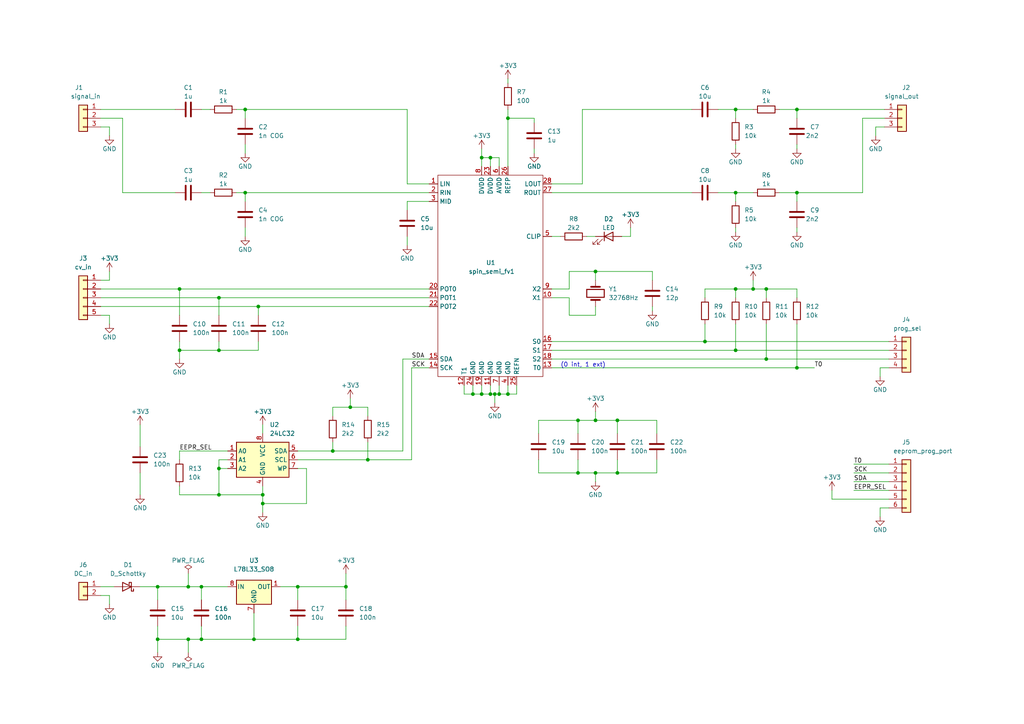
<source format=kicad_sch>
(kicad_sch (version 20211123) (generator eeschema)
  (paper "A4")
  (title_block (title "Spin Semi FV-1 Breakout Board") (date "2022-01-14") (rev "0") (comment 1 "creativecommons.org/licenses/by-sa/4.0/") (comment 2 "License: CC-by-SA") (comment 3 "Drawn by: Jordan Aceto"))
  (lib_symbols
    (symbol "Connector_Generic:Conn_01x02" (pin_names (offset 1.016) hide)
      (property "Reference" "J" (at 0 2.54 0))
      (property "Value" "Conn_01x02" (at 0 -5.08 0))
      (symbol "Conn_01x02_1_1"
        (rectangle (start -1.27 -2.413) (end 0 -2.667) (stroke (width 0.1524)))
        (rectangle (start -1.27 0.127) (end 0 -0.127) (stroke (width 0.1524)))
        (rectangle (start -1.27 1.27) (end 1.27 -3.81) (stroke (width 0.254)) (fill (type background)))
        (pin passive line (at -5.08 0 0) (length 3.81) (name "Pin_1") (number "1"))
        (pin passive line (at -5.08 -2.54 0) (length 3.81) (name "Pin_2") (number "2"))
      )
    )
    (symbol "Connector_Generic:Conn_01x03" (pin_names (offset 1.016) hide)
      (property "Reference" "J" (at 0 5.08 0))
      (property "Value" "Conn_01x03" (at 0 -5.08 0))
      (symbol "Conn_01x03_1_1"
        (rectangle (start -1.27 -2.413) (end 0 -2.667) (stroke (width 0.1524)))
        (rectangle (start -1.27 0.127) (end 0 -0.127) (stroke (width 0.1524)))
        (rectangle (start -1.27 2.667) (end 0 2.413) (stroke (width 0.1524)))
        (rectangle (start -1.27 3.81) (end 1.27 -3.81) (stroke (width 0.254)) (fill (type background)))
        (pin passive line (at -5.08 2.54 0) (length 3.81) (name "Pin_1") (number "1"))
        (pin passive line (at -5.08 0 0) (length 3.81) (name "Pin_2") (number "2"))
        (pin passive line (at -5.08 -2.54 0) (length 3.81) (name "Pin_3") (number "3"))
      )
    )
    (symbol "Connector_Generic:Conn_01x04" (pin_names (offset 1.016) hide)
      (property "Reference" "J" (at 0 5.08 0))
      (property "Value" "Conn_01x04" (at 0 -7.62 0))
      (symbol "Conn_01x04_1_1"
        (rectangle (start -1.27 -4.953) (end 0 -5.207) (stroke (width 0.1524)))
        (rectangle (start -1.27 -2.413) (end 0 -2.667) (stroke (width 0.1524)))
        (rectangle (start -1.27 0.127) (end 0 -0.127) (stroke (width 0.1524)))
        (rectangle (start -1.27 2.667) (end 0 2.413) (stroke (width 0.1524)))
        (rectangle (start -1.27 3.81) (end 1.27 -6.35) (stroke (width 0.254)) (fill (type background)))
        (pin passive line (at -5.08 2.54 0) (length 3.81) (name "Pin_1") (number "1"))
        (pin passive line (at -5.08 0 0) (length 3.81) (name "Pin_2") (number "2"))
        (pin passive line (at -5.08 -2.54 0) (length 3.81) (name "Pin_3") (number "3"))
        (pin passive line (at -5.08 -5.08 0) (length 3.81) (name "Pin_4") (number "4"))
      )
    )
    (symbol "Connector_Generic:Conn_01x05" (pin_names (offset 1.016) hide)
      (property "Reference" "J" (at 0 7.62 0))
      (property "Value" "Conn_01x05" (at 0 -7.62 0))
      (symbol "Conn_01x05_1_1"
        (rectangle (start -1.27 -4.953) (end 0 -5.207) (stroke (width 0.1524)))
        (rectangle (start -1.27 -2.413) (end 0 -2.667) (stroke (width 0.1524)))
        (rectangle (start -1.27 0.127) (end 0 -0.127) (stroke (width 0.1524)))
        (rectangle (start -1.27 2.667) (end 0 2.413) (stroke (width 0.1524)))
        (rectangle (start -1.27 5.207) (end 0 4.953) (stroke (width 0.1524)))
        (rectangle (start -1.27 6.35) (end 1.27 -6.35) (stroke (width 0.254)) (fill (type background)))
        (pin passive line (at -5.08 5.08 0) (length 3.81) (name "Pin_1") (number "1"))
        (pin passive line (at -5.08 2.54 0) (length 3.81) (name "Pin_2") (number "2"))
        (pin passive line (at -5.08 0 0) (length 3.81) (name "Pin_3") (number "3"))
        (pin passive line (at -5.08 -2.54 0) (length 3.81) (name "Pin_4") (number "4"))
        (pin passive line (at -5.08 -5.08 0) (length 3.81) (name "Pin_5") (number "5"))
      )
    )
    (symbol "Connector_Generic:Conn_01x06" (pin_names (offset 1.016) hide)
      (property "Reference" "J" (at 0 7.62 0))
      (property "Value" "Conn_01x06" (at 0 -10.16 0))
      (symbol "Conn_01x06_1_1"
        (rectangle (start -1.27 -7.493) (end 0 -7.747) (stroke (width 0.1524)))
        (rectangle (start -1.27 -4.953) (end 0 -5.207) (stroke (width 0.1524)))
        (rectangle (start -1.27 -2.413) (end 0 -2.667) (stroke (width 0.1524)))
        (rectangle (start -1.27 0.127) (end 0 -0.127) (stroke (width 0.1524)))
        (rectangle (start -1.27 2.667) (end 0 2.413) (stroke (width 0.1524)))
        (rectangle (start -1.27 5.207) (end 0 4.953) (stroke (width 0.1524)))
        (rectangle (start -1.27 6.35) (end 1.27 -8.89) (stroke (width 0.254)) (fill (type background)))
        (pin passive line (at -5.08 5.08 0) (length 3.81) (name "Pin_1") (number "1"))
        (pin passive line (at -5.08 2.54 0) (length 3.81) (name "Pin_2") (number "2"))
        (pin passive line (at -5.08 0 0) (length 3.81) (name "Pin_3") (number "3"))
        (pin passive line (at -5.08 -2.54 0) (length 3.81) (name "Pin_4") (number "4"))
        (pin passive line (at -5.08 -5.08 0) (length 3.81) (name "Pin_5") (number "5"))
        (pin passive line (at -5.08 -7.62 0) (length 3.81) (name "Pin_6") (number "6"))
      )
    )
    (symbol "Device:C" (pin_numbers hide) (pin_names (offset 0.254))
      (property "Reference" "C" (at 0.635 2.54 0))
      (property "Value" "C" (at 0.635 -2.54 0))
      (symbol "C_0_1"
        (polyline (pts (xy -2.032 -0.762) (xy 2.032 -0.762)) (stroke (width 0.508)))
        (polyline (pts (xy -2.032 0.762) (xy 2.032 0.762)) (stroke (width 0.508)))
      )
      (symbol "C_1_1"
        (pin passive line (at 0 3.81 270) (length 2.794) (name "~") (number "1"))
        (pin passive line (at 0 -3.81 90) (length 2.794) (name "~") (number "2"))
      )
    )
    (symbol "Device:Crystal" (pin_numbers hide) (pin_names (offset 1.016) hide)
      (property "Reference" "Y" (at 0 3.81 0))
      (property "Value" "Crystal" (at 0 -3.81 0))
      (symbol "Crystal_0_1"
        (rectangle (start -1.143 2.54) (end 1.143 -2.54) (stroke (width 0.3048)))
        (polyline (pts (xy -2.54 0) (xy -1.905 0)))
        (polyline (pts (xy -1.905 -1.27) (xy -1.905 1.27)) (stroke (width 0.508)))
        (polyline (pts (xy 1.905 -1.27) (xy 1.905 1.27)) (stroke (width 0.508)))
        (polyline (pts (xy 2.54 0) (xy 1.905 0)))
      )
      (symbol "Crystal_1_1"
        (pin passive line (at -3.81 0 0) (length 1.27) (name "1") (number "1"))
        (pin passive line (at 3.81 0 180) (length 1.27) (name "2") (number "2"))
      )
    )
    (symbol "Device:D_Schottky" (pin_numbers hide) (pin_names (offset 1.016) hide)
      (property "Reference" "D" (at 0 2.54 0))
      (property "Value" "D_Schottky" (at 0 -2.54 0))
      (symbol "D_Schottky_0_1"
        (polyline (pts (xy 1.27 0) (xy -1.27 0)))
        (polyline (pts (xy 1.27 1.27) (xy 1.27 -1.27) (xy -1.27 0) (xy 1.27 1.27)) (stroke (width 0.254)))
        (polyline (pts (xy -1.905 0.635) (xy -1.905 1.27) (xy -1.27 1.27) (xy -1.27 -1.27) (xy -0.635 -1.27) (xy -0.635 -0.635)) (stroke (width 0.254)))
      )
      (symbol "D_Schottky_1_1"
        (pin passive line (at -3.81 0 0) (length 2.54) (name "K") (number "1"))
        (pin passive line (at 3.81 0 180) (length 2.54) (name "A") (number "2"))
      )
    )
    (symbol "Device:LED" (pin_numbers hide) (pin_names (offset 1.016) hide)
      (property "Reference" "D" (at 0 2.54 0))
      (property "Value" "LED" (at 0 -2.54 0))
      (symbol "LED_0_1"
        (polyline (pts (xy -1.27 -1.27) (xy -1.27 1.27)) (stroke (width 0.254)))
        (polyline (pts (xy -1.27 0) (xy 1.27 0)))
        (polyline (pts (xy 1.27 -1.27) (xy 1.27 1.27) (xy -1.27 0) (xy 1.27 -1.27)) (stroke (width 0.254)))
        (polyline (pts (xy -3.048 -0.762) (xy -4.572 -2.286) (xy -3.81 -2.286) (xy -4.572 -2.286) (xy -4.572 -1.524)))
        (polyline (pts (xy -1.778 -0.762) (xy -3.302 -2.286) (xy -2.54 -2.286) (xy -3.302 -2.286) (xy -3.302 -1.524)))
      )
      (symbol "LED_1_1"
        (pin passive line (at -3.81 0 0) (length 2.54) (name "K") (number "1"))
        (pin passive line (at 3.81 0 180) (length 2.54) (name "A") (number "2"))
      )
    )
    (symbol "Device:R" (pin_numbers hide) (pin_names (offset 0))
      (property "Reference" "R" (at 2.032 0 90))
      (property "Value" "R" (at 0 0 90))
      (symbol "R_0_1"
        (rectangle (start -1.016 -2.54) (end 1.016 2.54) (stroke (width 0.254)))
      )
      (symbol "R_1_1"
        (pin passive line (at 0 3.81 270) (length 1.27) (name "~") (number "1"))
        (pin passive line (at 0 -3.81 90) (length 1.27) (name "~") (number "2"))
      )
    )
    (symbol "Memory_EEPROM:24LC32"
      (property "Reference" "U" (at -6.35 6.35 0))
      (property "Value" "24LC32" (at 1.27 6.35 0))
      (symbol "24LC32_1_1"
        (rectangle (start -7.62 5.08) (end 7.62 -5.08) (stroke (width 0.254)) (fill (type background)))
        (pin input line (at -10.16 2.54 0) (length 2.54) (name "A0") (number "1"))
        (pin input line (at -10.16 0 0) (length 2.54) (name "A1") (number "2"))
        (pin input line (at -10.16 -2.54 0) (length 2.54) (name "A2") (number "3"))
        (pin power_in line (at 0 -7.62 90) (length 2.54) (name "GND") (number "4"))
        (pin bidirectional line (at 10.16 2.54 180) (length 2.54) (name "SDA") (number "5"))
        (pin input line (at 10.16 0 180) (length 2.54) (name "SCL") (number "6"))
        (pin input line (at 10.16 -2.54 180) (length 2.54) (name "WP") (number "7"))
        (pin power_in line (at 0 7.62 270) (length 2.54) (name "VCC") (number "8"))
      )
    )
    (symbol "Regulator_Linear:L78L33_SO8" (pin_names (offset 0.254))
      (property "Reference" "U" (at -3.81 3.175 0))
      (property "Value" "L78L33_SO8" (at 0 3.175 0))
      (symbol "L78L33_SO8_0_1"
        (rectangle (start -5.08 1.905) (end 5.08 -5.08) (stroke (width 0.254)) (fill (type background)))
      )
      (symbol "L78L33_SO8_1_1"
        (pin power_out line (at 7.62 0 180) (length 2.54) (name "OUT") (number "1"))
        (pin passive line (at 0 -7.62 90) (length 2.54) hide (name "GND") (number "2"))
        (pin passive line (at 0 -7.62 90) (length 2.54) hide (name "GND") (number "3"))
        (pin no_connect line (at -5.08 -2.54 0) (length 2.54) hide (name "NC") (number "4"))
        (pin no_connect line (at 5.08 -2.54 180) (length 2.54) hide (name "NC") (number "5"))
        (pin passive line (at 0 -7.62 90) (length 2.54) hide (name "GND") (number "6"))
        (pin power_in line (at 0 -7.62 90) (length 2.54) (name "GND") (number "7"))
        (pin power_in line (at -7.62 0 0) (length 2.54) (name "IN") (number "8"))
      )
    )
    (symbol "custom_symbols:spin_semi_fv1"
      (property "Reference" "U" (at -7.62 38.1 0))
      (property "Value" "spin_semi_fv1" (at -7.62 35.56 0))
      (symbol "spin_semi_fv1_0_1"
        (rectangle (start -7.62 33.02) (end 22.86 -25.4))
      )
      (symbol "spin_semi_fv1_1_1"
        (pin input line (at -10.16 30.48 0) (length 2.54) (name "LIN") (number "1"))
        (pin bidirectional line (at 25.4 -2.54 180) (length 2.54) (name "X1") (number "10"))
        (pin power_in line (at 7.62 -27.94 90) (length 2.54) (name "GND") (number "11"))
        (pin input line (at 0 -27.94 90) (length 2.54) (name "T1") (number "12"))
        (pin input line (at 25.4 -22.86 180) (length 2.54) (name "T0") (number "13"))
        (pin input line (at -10.16 -22.86 0) (length 2.54) (name "SCK") (number "14"))
        (pin input line (at -10.16 -20.32 0) (length 2.54) (name "SDA") (number "15"))
        (pin input line (at 25.4 -15.24 180) (length 2.54) (name "S0") (number "16"))
        (pin input line (at 25.4 -17.78 180) (length 2.54) (name "S1") (number "17"))
        (pin input line (at 25.4 -20.32 180) (length 2.54) (name "S2") (number "18"))
        (pin power_in line (at 5.08 -27.94 90) (length 2.54) (name "GND") (number "19"))
        (pin input line (at -10.16 27.94 0) (length 2.54) (name "RIN") (number "2"))
        (pin input line (at -10.16 0 0) (length 2.54) (name "POT0") (number "20"))
        (pin input line (at -10.16 -2.54 0) (length 2.54) (name "POT1") (number "21"))
        (pin input line (at -10.16 -5.08 0) (length 2.54) (name "POT2") (number "22"))
        (pin power_in line (at 7.62 35.56 270) (length 2.54) (name "DVDD") (number "23"))
        (pin power_in line (at 2.54 -27.94 90) (length 2.54) (name "GND") (number "24"))
        (pin input line (at 15.24 -27.94 90) (length 2.54) (name "REFN") (number "25"))
        (pin input line (at 12.7 35.56 270) (length 2.54) (name "REFP") (number "26"))
        (pin output line (at 25.4 27.94 180) (length 2.54) (name "ROUT") (number "27"))
        (pin output line (at 25.4 30.48 180) (length 2.54) (name "LOUT") (number "28"))
        (pin input line (at -10.16 25.4 0) (length 2.54) (name "MID") (number "3"))
        (pin power_in line (at 12.7 -27.94 90) (length 2.54) (name "GND") (number "4"))
        (pin output line (at 25.4 15.24 180) (length 2.54) (name "CLIP") (number "5"))
        (pin power_in line (at 10.16 35.56 270) (length 2.54) (name "AVDD") (number "6"))
        (pin power_in line (at 10.16 -27.94 90) (length 2.54) (name "GND") (number "7"))
        (pin power_in line (at 5.08 35.56 270) (length 2.54) (name "DVDD") (number "8"))
        (pin bidirectional line (at 25.4 0 180) (length 2.54) (name "X2") (number "9"))
      )
    )
    (symbol "power:+3.3V" (power) (pin_names (offset 0))
      (property "Value" "+3.3V" (at 0 3.556 0))
      (symbol "+3.3V_0_1"
        (polyline (pts (xy -0.762 1.27) (xy 0 2.54)))
        (polyline (pts (xy 0 0) (xy 0 2.54)))
        (polyline (pts (xy 0 2.54) (xy 0.762 1.27)))
      )
      (symbol "+3.3V_1_1"
        (pin power_in line (at 0 0 90) (length 0) hide (name "+3V3") (number "1"))
      )
    )
    (symbol "power:GND" (power) (pin_names (offset 0))
      (property "Value" "GND" (at 0 -3.81 0))
      (symbol "GND_0_1"
        (polyline (pts (xy 0 0) (xy 0 -1.27) (xy 1.27 -1.27) (xy 0 -2.54) (xy -1.27 -1.27) (xy 0 -1.27)))
      )
      (symbol "GND_1_1"
        (pin power_in line (at 0 0 270) (length 0) hide (name "GND") (number "1"))
      )
    )
    (symbol "power:PWR_FLAG" (power) (pin_numbers hide) (pin_names (offset 0) hide)
      (property "Value" "PWR_FLAG" (at 0 3.81 0))
      (symbol "PWR_FLAG_0_0"
        (pin power_out line (at 0 0 90) (length 0) (name "pwr") (number "1"))
      )
      (symbol "PWR_FLAG_0_1"
        (polyline (pts (xy 0 0) (xy 0 1.27) (xy -1.016 1.905) (xy 0 2.54) (xy 1.016 1.905) (xy 0 1.27)))
      )
    )
  )
  (junction (at 76.2 146.05))
  (junction (at 137.16 114.3))
  (junction (at 213.36 83.82))
  (junction (at 54.61 170.18))
  (junction (at 231.14 31.75))
  (junction (at 63.5 101.6))
  (junction (at 204.47 99.06))
  (junction (at 167.64 121.92))
  (junction (at 54.61 185.42))
  (junction (at 71.12 55.88))
  (junction (at 74.93 88.9))
  (junction (at 86.36 170.18))
  (junction (at 231.14 55.88))
  (junction (at 142.24 45.72))
  (junction (at 76.2 143.51))
  (junction (at 45.72 185.42))
  (junction (at 213.36 101.6))
  (junction (at 147.32 114.3))
  (junction (at 172.72 137.16))
  (junction (at 143.51 114.3))
  (junction (at 52.07 101.6))
  (junction (at 179.07 137.16))
  (junction (at 213.36 55.88))
  (junction (at 101.6 118.11))
  (junction (at 58.42 170.18))
  (junction (at 106.68 133.35))
  (junction (at 45.72 170.18))
  (junction (at 71.12 31.75))
  (junction (at 218.44 83.82))
  (junction (at 63.5 86.36))
  (junction (at 172.72 78.74))
  (junction (at 139.7 45.72))
  (junction (at 63.5 135.89))
  (junction (at 63.5 143.51))
  (junction (at 167.64 137.16))
  (junction (at 172.72 121.92))
  (junction (at 100.33 170.18))
  (junction (at 96.52 130.81))
  (junction (at 213.36 31.75))
  (junction (at 222.25 83.82))
  (junction (at 142.24 114.3))
  (junction (at 58.42 185.42))
  (junction (at 144.78 114.3))
  (junction (at 147.32 34.29))
  (junction (at 179.07 121.92))
  (junction (at 52.07 83.82))
  (junction (at 231.14 106.68))
  (junction (at 86.36 185.42))
  (junction (at 73.66 185.42))
  (junction (at 222.25 104.14))
  (junction (at 139.7 114.3))
  (wire (pts (xy 106.68 133.35) (xy 119.38 133.35)))
  (wire (pts (xy 160.02 55.88) (xy 200.66 55.88)))
  (wire (pts (xy 190.5 125.73) (xy 190.5 121.92)))
  (wire (pts (xy 86.36 133.35) (xy 106.68 133.35)))
  (wire (pts (xy 76.2 123.19) (xy 76.2 125.73)))
  (wire (pts (xy 165.1 86.36) (xy 160.02 86.36)))
  (wire (pts (xy 254 36.83) (xy 256.54 36.83)))
  (wire (pts (xy 86.36 170.18) (xy 86.36 173.99)))
  (wire (pts (xy 96.52 118.11) (xy 101.6 118.11)))
  (wire (pts (xy 218.44 83.82) (xy 222.25 83.82)))
  (wire (pts (xy 165.1 91.44) (xy 165.1 86.36)))
  (wire (pts (xy 250.19 55.88) (xy 250.19 34.29)))
  (wire (pts (xy 189.23 81.28) (xy 189.23 78.74)))
  (wire (pts (xy 231.14 58.42) (xy 231.14 55.88)))
  (wire (pts (xy 96.52 128.27) (xy 96.52 130.81)))
  (wire (pts (xy 116.84 130.81) (xy 116.84 104.14)))
  (wire (pts (xy 172.72 78.74) (xy 172.72 81.28)))
  (wire (pts (xy 213.36 66.04) (xy 213.36 67.31)))
  (wire (pts (xy 35.56 55.88) (xy 50.8 55.88)))
  (wire (pts (xy 29.21 31.75) (xy 50.8 31.75)))
  (wire (pts (xy 40.64 170.18) (xy 45.72 170.18)))
  (wire (pts (xy 231.14 34.29) (xy 231.14 31.75)))
  (wire (pts (xy 29.21 170.18) (xy 33.02 170.18)))
  (wire (pts (xy 40.64 137.16) (xy 40.64 143.51)))
  (wire (pts (xy 208.28 31.75) (xy 213.36 31.75)))
  (wire (pts (xy 63.5 133.35) (xy 63.5 135.89)))
  (wire (pts (xy 179.07 121.92) (xy 179.07 125.73)))
  (wire (pts (xy 63.5 143.51) (xy 76.2 143.51)))
  (wire (pts (xy 180.34 68.58) (xy 182.88 68.58)))
  (wire (pts (xy 142.24 114.3) (xy 143.51 114.3)))
  (wire (pts (xy 31.75 39.37) (xy 31.75 36.83)))
  (wire (pts (xy 45.72 170.18) (xy 45.72 173.99)))
  (wire (pts (xy 255.27 147.32) (xy 257.81 147.32)))
  (wire (pts (xy 144.78 111.76) (xy 144.78 114.3)))
  (wire (pts (xy 73.66 185.42) (xy 86.36 185.42)))
  (wire (pts (xy 73.66 177.8) (xy 73.66 185.42)))
  (wire (pts (xy 167.64 137.16) (xy 172.72 137.16)))
  (wire (pts (xy 86.36 170.18) (xy 100.33 170.18)))
  (wire (pts (xy 168.91 31.75) (xy 200.66 31.75)))
  (wire (pts (xy 172.72 88.9) (xy 172.72 91.44)))
  (wire (pts (xy 167.64 121.92) (xy 156.21 121.92)))
  (wire (pts (xy 222.25 104.14) (xy 257.81 104.14)))
  (wire (pts (xy 71.12 41.91) (xy 71.12 44.45)))
  (wire (pts (xy 179.07 137.16) (xy 190.5 137.16)))
  (wire (pts (xy 29.21 86.36) (xy 63.5 86.36)))
  (wire (pts (xy 213.36 83.82) (xy 218.44 83.82)))
  (wire (pts (xy 213.36 101.6) (xy 213.36 93.98)))
  (wire (pts (xy 204.47 83.82) (xy 213.36 83.82)))
  (wire (pts (xy 144.78 114.3) (xy 147.32 114.3)))
  (wire (pts (xy 88.9 135.89) (xy 88.9 146.05)))
  (wire (pts (xy 170.18 68.58) (xy 172.72 68.58)))
  (wire (pts (xy 119.38 106.68) (xy 124.46 106.68)))
  (wire (pts (xy 154.94 35.56) (xy 154.94 34.29)))
  (wire (pts (xy 71.12 55.88) (xy 68.58 55.88)))
  (wire (pts (xy 182.88 66.04) (xy 182.88 68.58)))
  (wire (pts (xy 160.02 83.82) (xy 165.1 83.82)))
  (wire (pts (xy 190.5 137.16) (xy 190.5 133.35)))
  (wire (pts (xy 204.47 99.06) (xy 257.81 99.06)))
  (wire (pts (xy 179.07 121.92) (xy 172.72 121.92)))
  (wire (pts (xy 143.51 114.3) (xy 144.78 114.3)))
  (wire (pts (xy 76.2 146.05) (xy 88.9 146.05)))
  (wire (pts (xy 190.5 121.92) (xy 179.07 121.92)))
  (wire (pts (xy 31.75 36.83) (xy 29.21 36.83)))
  (wire (pts (xy 168.91 53.34) (xy 168.91 31.75)))
  (wire (pts (xy 54.61 166.37) (xy 54.61 170.18)))
  (wire (pts (xy 147.32 34.29) (xy 147.32 48.26)))
  (wire (pts (xy 45.72 181.61) (xy 45.72 185.42)))
  (wire (pts (xy 52.07 133.35) (xy 52.07 130.81)))
  (wire (pts (xy 86.36 135.89) (xy 88.9 135.89)))
  (wire (pts (xy 31.75 172.72) (xy 29.21 172.72)))
  (wire (pts (xy 156.21 137.16) (xy 167.64 137.16)))
  (wire (pts (xy 71.12 55.88) (xy 124.46 55.88)))
  (wire (pts (xy 63.5 133.35) (xy 66.04 133.35)))
  (wire (pts (xy 63.5 86.36) (xy 124.46 86.36)))
  (wire (pts (xy 213.36 41.91) (xy 213.36 43.18)))
  (wire (pts (xy 29.21 34.29) (xy 35.56 34.29)))
  (wire (pts (xy 52.07 101.6) (xy 63.5 101.6)))
  (wire (pts (xy 247.65 142.24) (xy 257.81 142.24)))
  (wire (pts (xy 54.61 189.23) (xy 54.61 185.42)))
  (wire (pts (xy 156.21 121.92) (xy 156.21 125.73)))
  (wire (pts (xy 40.64 123.19) (xy 40.64 129.54)))
  (wire (pts (xy 160.02 101.6) (xy 213.36 101.6)))
  (wire (pts (xy 63.5 135.89) (xy 63.5 143.51)))
  (wire (pts (xy 208.28 55.88) (xy 213.36 55.88)))
  (wire (pts (xy 231.14 55.88) (xy 250.19 55.88)))
  (wire (pts (xy 58.42 55.88) (xy 60.96 55.88)))
  (wire (pts (xy 222.25 83.82) (xy 222.25 86.36)))
  (wire (pts (xy 52.07 83.82) (xy 52.07 91.44)))
  (wire (pts (xy 213.36 55.88) (xy 218.44 55.88)))
  (wire (pts (xy 86.36 181.61) (xy 86.36 185.42)))
  (wire (pts (xy 54.61 170.18) (xy 58.42 170.18)))
  (wire (pts (xy 142.24 45.72) (xy 142.24 48.26)))
  (wire (pts (xy 31.75 175.26) (xy 31.75 172.72)))
  (wire (pts (xy 118.11 31.75) (xy 118.11 53.34)))
  (wire (pts (xy 76.2 140.97) (xy 76.2 143.51)))
  (wire (pts (xy 31.75 78.74) (xy 31.75 81.28)))
  (wire (pts (xy 189.23 88.9) (xy 189.23 90.17)))
  (wire (pts (xy 241.3 144.78) (xy 257.81 144.78)))
  (wire (pts (xy 172.72 78.74) (xy 189.23 78.74)))
  (wire (pts (xy 147.32 22.86) (xy 147.32 24.13)))
  (wire (pts (xy 31.75 91.44) (xy 29.21 91.44)))
  (wire (pts (xy 71.12 31.75) (xy 118.11 31.75)))
  (wire (pts (xy 147.32 114.3) (xy 149.86 114.3)))
  (wire (pts (xy 156.21 133.35) (xy 156.21 137.16)))
  (wire (pts (xy 96.52 130.81) (xy 116.84 130.81)))
  (wire (pts (xy 58.42 181.61) (xy 58.42 185.42)))
  (wire (pts (xy 52.07 99.06) (xy 52.07 101.6)))
  (wire (pts (xy 71.12 66.04) (xy 71.12 68.58)))
  (wire (pts (xy 226.06 55.88) (xy 231.14 55.88)))
  (wire (pts (xy 116.84 104.14) (xy 124.46 104.14)))
  (wire (pts (xy 58.42 31.75) (xy 60.96 31.75)))
  (wire (pts (xy 231.14 106.68) (xy 236.22 106.68)))
  (wire (pts (xy 76.2 146.05) (xy 76.2 148.59)))
  (wire (pts (xy 86.36 130.81) (xy 96.52 130.81)))
  (wire (pts (xy 63.5 99.06) (xy 63.5 101.6)))
  (wire (pts (xy 31.75 81.28) (xy 29.21 81.28)))
  (wire (pts (xy 172.72 119.38) (xy 172.72 121.92)))
  (wire (pts (xy 143.51 114.3) (xy 143.51 116.84)))
  (wire (pts (xy 218.44 81.28) (xy 218.44 83.82)))
  (wire (pts (xy 250.19 34.29) (xy 256.54 34.29)))
  (wire (pts (xy 213.36 83.82) (xy 213.36 86.36)))
  (wire (pts (xy 231.14 41.91) (xy 231.14 43.18)))
  (wire (pts (xy 247.65 134.62) (xy 257.81 134.62)))
  (wire (pts (xy 247.65 139.7) (xy 257.81 139.7)))
  (wire (pts (xy 54.61 185.42) (xy 58.42 185.42)))
  (wire (pts (xy 139.7 111.76) (xy 139.7 114.3)))
  (wire (pts (xy 172.72 121.92) (xy 167.64 121.92)))
  (wire (pts (xy 167.64 121.92) (xy 167.64 125.73)))
  (wire (pts (xy 52.07 143.51) (xy 63.5 143.51)))
  (wire (pts (xy 139.7 45.72) (xy 142.24 45.72)))
  (wire (pts (xy 52.07 83.82) (xy 124.46 83.82)))
  (wire (pts (xy 147.32 111.76) (xy 147.32 114.3)))
  (wire (pts (xy 100.33 173.99) (xy 100.33 170.18)))
  (wire (pts (xy 100.33 185.42) (xy 100.33 181.61)))
  (wire (pts (xy 204.47 86.36) (xy 204.47 83.82)))
  (wire (pts (xy 222.25 104.14) (xy 222.25 93.98)))
  (wire (pts (xy 106.68 128.27) (xy 106.68 133.35)))
  (wire (pts (xy 160.02 53.34) (xy 168.91 53.34)))
  (wire (pts (xy 213.36 31.75) (xy 218.44 31.75)))
  (wire (pts (xy 241.3 142.24) (xy 241.3 144.78)))
  (wire (pts (xy 76.2 143.51) (xy 76.2 146.05)))
  (wire (pts (xy 52.07 101.6) (xy 52.07 104.14)))
  (wire (pts (xy 119.38 133.35) (xy 119.38 106.68)))
  (wire (pts (xy 231.14 31.75) (xy 256.54 31.75)))
  (wire (pts (xy 63.5 86.36) (xy 63.5 91.44)))
  (wire (pts (xy 165.1 83.82) (xy 165.1 78.74)))
  (wire (pts (xy 139.7 114.3) (xy 142.24 114.3)))
  (wire (pts (xy 101.6 115.57) (xy 101.6 118.11)))
  (wire (pts (xy 134.62 111.76) (xy 134.62 114.3)))
  (wire (pts (xy 231.14 83.82) (xy 231.14 86.36)))
  (wire (pts (xy 96.52 118.11) (xy 96.52 120.65)))
  (wire (pts (xy 31.75 93.98) (xy 31.75 91.44)))
  (wire (pts (xy 222.25 83.82) (xy 231.14 83.82)))
  (wire (pts (xy 172.72 137.16) (xy 179.07 137.16)))
  (wire (pts (xy 139.7 43.18) (xy 139.7 45.72)))
  (wire (pts (xy 213.36 55.88) (xy 213.36 58.42)))
  (wire (pts (xy 231.14 106.68) (xy 231.14 93.98)))
  (wire (pts (xy 172.72 137.16) (xy 172.72 139.7)))
  (wire (pts (xy 100.33 166.37) (xy 100.33 170.18)))
  (wire (pts (xy 254 39.37) (xy 254 36.83)))
  (wire (pts (xy 172.72 91.44) (xy 165.1 91.44)))
  (wire (pts (xy 118.11 58.42) (xy 118.11 60.96)))
  (wire (pts (xy 213.36 31.75) (xy 213.36 34.29)))
  (wire (pts (xy 204.47 99.06) (xy 204.47 93.98)))
  (wire (pts (xy 86.36 185.42) (xy 100.33 185.42)))
  (wire (pts (xy 124.46 53.34) (xy 118.11 53.34)))
  (wire (pts (xy 160.02 106.68) (xy 231.14 106.68)))
  (wire (pts (xy 118.11 68.58) (xy 118.11 71.12)))
  (wire (pts (xy 45.72 170.18) (xy 54.61 170.18)))
  (wire (pts (xy 71.12 58.42) (xy 71.12 55.88)))
  (wire (pts (xy 255.27 149.86) (xy 255.27 147.32)))
  (wire (pts (xy 226.06 31.75) (xy 231.14 31.75)))
  (wire (pts (xy 167.64 133.35) (xy 167.64 137.16)))
  (wire (pts (xy 231.14 66.04) (xy 231.14 67.31)))
  (wire (pts (xy 45.72 185.42) (xy 54.61 185.42)))
  (wire (pts (xy 137.16 114.3) (xy 139.7 114.3)))
  (wire (pts (xy 144.78 48.26) (xy 144.78 45.72)))
  (wire (pts (xy 160.02 99.06) (xy 204.47 99.06)))
  (wire (pts (xy 35.56 55.88) (xy 35.56 34.29)))
  (wire (pts (xy 58.42 185.42) (xy 73.66 185.42)))
  (wire (pts (xy 45.72 185.42) (xy 45.72 189.23)))
  (wire (pts (xy 154.94 43.18) (xy 154.94 44.45)))
  (wire (pts (xy 134.62 114.3) (xy 137.16 114.3)))
  (wire (pts (xy 213.36 101.6) (xy 257.81 101.6)))
  (wire (pts (xy 71.12 31.75) (xy 68.58 31.75)))
  (wire (pts (xy 124.46 58.42) (xy 118.11 58.42)))
  (wire (pts (xy 58.42 170.18) (xy 66.04 170.18)))
  (wire (pts (xy 52.07 140.97) (xy 52.07 143.51)))
  (wire (pts (xy 149.86 111.76) (xy 149.86 114.3)))
  (wire (pts (xy 63.5 101.6) (xy 74.93 101.6)))
  (wire (pts (xy 29.21 83.82) (xy 52.07 83.82)))
  (wire (pts (xy 160.02 104.14) (xy 222.25 104.14)))
  (wire (pts (xy 160.02 68.58) (xy 162.56 68.58)))
  (wire (pts (xy 74.93 88.9) (xy 124.46 88.9)))
  (wire (pts (xy 74.93 101.6) (xy 74.93 99.06)))
  (wire (pts (xy 71.12 34.29) (xy 71.12 31.75)))
  (wire (pts (xy 137.16 111.76) (xy 137.16 114.3)))
  (wire (pts (xy 81.28 170.18) (xy 86.36 170.18)))
  (wire (pts (xy 255.27 109.22) (xy 255.27 106.68)))
  (wire (pts (xy 106.68 120.65) (xy 106.68 118.11)))
  (wire (pts (xy 74.93 88.9) (xy 74.93 91.44)))
  (wire (pts (xy 165.1 78.74) (xy 172.72 78.74)))
  (wire (pts (xy 139.7 48.26) (xy 139.7 45.72)))
  (wire (pts (xy 142.24 111.76) (xy 142.24 114.3)))
  (wire (pts (xy 58.42 170.18) (xy 58.42 173.99)))
  (wire (pts (xy 52.07 130.81) (xy 66.04 130.81)))
  (wire (pts (xy 63.5 135.89) (xy 66.04 135.89)))
  (wire (pts (xy 144.78 45.72) (xy 142.24 45.72)))
  (wire (pts (xy 101.6 118.11) (xy 106.68 118.11)))
  (wire (pts (xy 255.27 106.68) (xy 257.81 106.68)))
  (wire (pts (xy 154.94 34.29) (xy 147.32 34.29)))
  (wire (pts (xy 179.07 133.35) (xy 179.07 137.16)))
  (wire (pts (xy 247.65 137.16) (xy 257.81 137.16)))
  (wire (pts (xy 147.32 31.75) (xy 147.32 34.29)))
  (wire (pts (xy 29.21 88.9) (xy 74.93 88.9)))
  (text "(0 int, 1 ext)" (at 162.56 106.68 0) (effects (font (size 1.27 1.27)) (justify left bottom)))
  (label "SDA" (at 247.65 139.7 0))
  (label "T0" (at 247.65 134.62 0))
  (label "SCK" (at 119.38 106.68 0))
  (label "EEPR_SEL" (at 52.07 130.81 0))
  (label "T0" (at 236.22 106.68 0))
  (label "SCK" (at 247.65 137.16 0))
  (label "EEPR_SEL" (at 247.65 142.24 0))
  (label "SDA" (at 119.38 104.14 0))
  (symbol (lib_id "power:GND") (at 71.12 44.45 0) (unit 1)
    (property "Reference" "#PWR07" (effects hide))
    (property "Value" "GND" (at 71.12 48.26 0))
  )
  (symbol (lib_id "power:GND") (at 76.2 148.59 0) (unit 1)
    (property "Reference" "#PWR010" (effects hide))
    (property "Value" "GND" (at 76.2 152.4 0))
  )
  (symbol (lib_id "power:GND") (at 45.72 189.23 0) (unit 1)
    (property "Reference" "#PWR06" (effects hide))
    (property "Value" "GND" (at 45.72 193.04 0))
  )
  (symbol (lib_id "Device:R") (at 213.36 38.1 0) (unit 1)
    (property "Reference" "R3" (at 215.9 36.8299 0) (effects (justify left)))
    (property "Value" "10k" (at 215.9 39.3699 0) (effects (justify left)))
    (property "Footprint" "Resistor_SMD:R_0603_1608Metric" (effects hide))
  )
  (symbol (lib_id "power:GND") (at 31.75 39.37 0) (unit 1)
    (property "Reference" "#PWR01" (effects hide))
    (property "Value" "GND" (at 31.75 43.18 0))
  )
  (symbol (lib_id "Device:R") (at 213.36 90.17 0) (unit 1)
    (property "Reference" "R10" (at 215.9 88.8999 0) (effects (justify left)))
    (property "Value" "10k" (at 215.9 91.4399 0) (effects (justify left)))
    (property "Footprint" "Resistor_SMD:R_0603_1608Metric" (effects hide))
  )
  (symbol (lib_id "Device:C") (at 54.61 55.88 90) (unit 1)
    (property "Reference" "C3" (at 54.61 49.53 90))
    (property "Value" "1u" (at 54.61 52.07 90))
    (property "Footprint" "Capacitor_SMD:C_0805_2012Metric" (effects hide))
  )
  (symbol (lib_id "power:GND") (at 213.36 43.18 0) (unit 1)
    (property "Reference" "#PWR022" (effects hide))
    (property "Value" "GND" (at 213.36 46.99 0))
  )
  (symbol (lib_id "Device:C") (at 179.07 129.54 0) (unit 1)
    (property "Reference" "C21" (at 182.88 128.2699 0) (effects (justify left)))
    (property "Value" "100n" (at 182.88 130.8099 0) (effects (justify left)))
    (property "Footprint" "Capacitor_SMD:C_0603_1608Metric" (effects hide))
  )
  (symbol (lib_id "Device:C") (at 190.5 129.54 0) (unit 1)
    (property "Reference" "C22" (at 194.31 128.2699 0) (effects (justify left)))
    (property "Value" "100n" (at 194.31 130.8099 0) (effects (justify left)))
    (property "Footprint" "Capacitor_SMD:C_0603_1608Metric" (effects hide))
  )
  (symbol (lib_id "power:+3.3V") (at 241.3 142.24 0) (unit 1)
    (property "Reference" "#PWR029" (effects hide))
    (property "Value" "+3.3V" (at 241.3 138.43 0))
  )
  (symbol (lib_id "Device:R") (at 222.25 90.17 0) (unit 1)
    (property "Reference" "R11" (at 224.79 88.8999 0) (effects (justify left)))
    (property "Value" "10k" (at 224.79 91.4399 0) (effects (justify left)))
    (property "Footprint" "Resistor_SMD:R_0603_1608Metric" (effects hide))
  )
  (symbol (lib_id "power:+3.3V") (at 76.2 123.19 0) (unit 1)
    (property "Reference" "#PWR09" (effects hide))
    (property "Value" "+3.3V" (at 76.2 119.38 0))
  )
  (symbol (lib_id "Device:R") (at 106.68 124.46 0) (unit 1)
    (property "Reference" "R15" (at 109.22 123.1899 0) (effects (justify left)))
    (property "Value" "2k2" (at 109.22 125.7299 0) (effects (justify left)))
    (property "Footprint" "Resistor_SMD:R_0603_1608Metric" (effects hide))
  )
  (symbol (lib_id "power:GND") (at 143.51 116.84 0) (unit 1)
    (property "Reference" "#PWR015" (effects hide))
    (property "Value" "GND" (at 143.51 120.65 0))
  )
  (symbol (lib_id "Device:C") (at 231.14 38.1 0) (unit 1)
    (property "Reference" "C7" (at 234.95 36.8299 0) (effects (justify left)))
    (property "Value" "2n2" (at 233.68 39.37 0) (effects (justify left)))
    (property "Footprint" "Capacitor_SMD:C_0805_2012Metric" (effects hide))
  )
  (symbol (lib_id "Device:C") (at 156.21 129.54 0) (unit 1)
    (property "Reference" "C19" (at 160.02 128.2699 0) (effects (justify left)))
    (property "Value" "10u" (at 160.02 130.8099 0) (effects (justify left)))
    (property "Footprint" "Capacitor_SMD:C_0805_2012Metric" (effects hide))
  )
  (symbol (lib_id "power:+3.3V") (at 40.64 123.19 0) (unit 1)
    (property "Reference" "#PWR0102" (effects hide))
    (property "Value" "+3.3V" (at 40.64 119.38 0))
  )
  (symbol (lib_id "Device:R") (at 64.77 31.75 90) (unit 1)
    (property "Reference" "R1" (at 64.77 26.67 90))
    (property "Value" "1k" (at 64.77 29.21 90))
    (property "Footprint" "Resistor_SMD:R_0603_1608Metric" (effects hide))
  )
  (symbol (lib_id "Device:C") (at 86.36 177.8 0) (unit 1)
    (property "Reference" "C17" (at 90.17 176.5299 0) (effects (justify left)))
    (property "Value" "10u" (at 90.17 179.0699 0) (effects (justify left)))
    (property "Footprint" "Capacitor_SMD:C_0805_2012Metric" (effects hide))
  )
  (symbol (lib_id "custom_symbols:spin_semi_fv1") (at 134.62 83.82 0) (unit 1)
    (property "Reference" "U1" (at 140.97 76.2 0) (effects (justify left)))
    (property "Value" "spin_semi_fv1" (at 135.89 78.74 0) (effects (justify left)))
    (property "Footprint" "Package_SO:SOIC-28W_7.5x17.9mm_P1.27mm" (effects hide))
  )
  (symbol (lib_id "power:GND") (at 255.27 109.22 0) (mirror y) (unit 1)
    (property "Reference" "#PWR028" (effects hide))
    (property "Value" "GND" (at 255.27 113.03 0))
  )
  (symbol (lib_id "Connector_Generic:Conn_01x02") (at 24.13 170.18 0) (mirror y) (unit 1)
    (property "Reference" "J6" (at 24.13 163.83 0))
    (property "Value" "DC_in" (at 24.13 166.37 0))
    (property "Footprint" "Connector_PinHeader_2.54mm:PinHeader_1x02_P2.54mm_Vertical" (effects hide))
  )
  (symbol (lib_id "power:GND") (at 255.27 149.86 0) (mirror y) (unit 1)
    (property "Reference" "#PWR030" (effects hide))
    (property "Value" "GND" (at 255.27 153.67 0))
  )
  (symbol (lib_id "power:PWR_FLAG") (at 54.61 166.37 0) (unit 1)
    (property "Reference" "#FLG0102" (effects hide))
    (property "Value" "PWR_FLAG" (at 54.61 162.56 0))
  )
  (symbol (lib_id "Device:C") (at 71.12 38.1 0) (unit 1)
    (property "Reference" "C2" (at 74.93 36.8299 0) (effects (justify left)))
    (property "Value" "1n COG" (at 74.93 39.3699 0) (effects (justify left)))
    (property "Footprint" "Capacitor_SMD:C_0805_2012Metric" (effects hide))
  )
  (symbol (lib_id "Device:C") (at 45.72 177.8 0) (unit 1)
    (property "Reference" "C15" (at 49.53 176.5299 0) (effects (justify left)))
    (property "Value" "10u" (at 49.53 179.0699 0) (effects (justify left)))
    (property "Footprint" "Capacitor_SMD:C_0805_2012Metric" (effects hide))
  )
  (symbol (lib_id "Device:C") (at 118.11 64.77 0) (unit 1)
    (property "Reference" "C5" (at 121.92 63.4999 0) (effects (justify left)))
    (property "Value" "10u" (at 121.92 66.0399 0) (effects (justify left)))
    (property "Footprint" "Capacitor_SMD:C_0805_2012Metric" (effects hide))
  )
  (symbol (lib_id "Connector_Generic:Conn_01x03") (at 261.62 34.29 0) (unit 1)
    (property "Reference" "J2" (at 261.62 25.4 0) (effects (justify left)))
    (property "Value" "signal_out" (at 256.54 27.94 0) (effects (justify left)))
    (property "Footprint" "Connector_PinHeader_2.54mm:PinHeader_1x03_P2.54mm_Vertical" (effects hide))
  )
  (symbol (lib_id "power:+3.3V") (at 218.44 81.28 0) (unit 1)
    (property "Reference" "#PWR024" (effects hide))
    (property "Value" "+3.3V" (at 218.44 77.47 0))
  )
  (symbol (lib_id "power:GND") (at 172.72 139.7 0) (unit 1)
    (property "Reference" "#PWR017" (effects hide))
    (property "Value" "GND" (at 172.72 143.51 0))
  )
  (symbol (lib_id "Memory_EEPROM:24LC32") (at 76.2 133.35 0) (unit 1)
    (property "Reference" "U2" (at 78.2194 123.19 0) (effects (justify left)))
    (property "Value" "24LC32" (at 78.2194 125.73 0) (effects (justify left)))
    (property "Footprint" "Package_DIP:DIP-8_W7.62mm_Socket" (effects hide))
    (property "Datasheet" "http://ww1.microchip.com/downloads/en/DeviceDoc/21072G.pdf" (effects hide))
  )
  (symbol (lib_id "power:GND") (at 231.14 43.18 0) (unit 1)
    (property "Reference" "#PWR025" (effects hide))
    (property "Value" "GND" (at 231.14 46.99 0))
  )
  (symbol (lib_id "Device:C") (at 63.5 95.25 0) (unit 1)
    (property "Reference" "C11" (at 67.31 93.9799 0) (effects (justify left)))
    (property "Value" "100n" (at 67.31 96.5199 0) (effects (justify left)))
    (property "Footprint" "Capacitor_SMD:C_0603_1608Metric" (effects hide))
  )
  (symbol (lib_id "Connector_Generic:Conn_01x04") (at 262.89 101.6 0) (unit 1)
    (property "Reference" "J4" (at 261.62 92.71 0) (effects (justify left)))
    (property "Value" "prog_sel" (at 259.08 95.25 0) (effects (justify left)))
    (property "Footprint" "Connector_PinHeader_2.54mm:PinHeader_1x04_P2.54mm_Vertical" (effects hide))
  )
  (symbol (lib_id "power:GND") (at 213.36 67.31 0) (unit 1)
    (property "Reference" "#PWR023" (effects hide))
    (property "Value" "GND" (at 213.36 71.12 0))
  )
  (symbol (lib_id "Device:C") (at 58.42 177.8 0) (unit 1)
    (property "Reference" "C16" (at 62.23 176.5299 0) (effects (justify left)))
    (property "Value" "100n" (at 62.23 179.0699 0) (effects (justify left)))
    (property "Footprint" "Capacitor_SMD:C_0603_1608Metric" (effects hide))
  )
  (symbol (lib_id "power:+3.3V") (at 101.6 115.57 0) (unit 1)
    (property "Reference" "#PWR011" (effects hide))
    (property "Value" "+3.3V" (at 101.6 111.76 0))
  )
  (symbol (lib_id "power:+3.3V") (at 182.88 66.04 0) (unit 1)
    (property "Reference" "#PWR020" (effects hide))
    (property "Value" "+3.3V" (at 182.88 62.23 0))
  )
  (symbol (lib_id "Device:R") (at 147.32 27.94 0) (unit 1)
    (property "Reference" "R7" (at 149.86 26.6699 0) (effects (justify left)))
    (property "Value" "100" (at 149.86 29.2099 0) (effects (justify left)))
    (property "Footprint" "Resistor_SMD:R_0603_1608Metric" (effects hide))
  )
  (symbol (lib_id "Device:C") (at 74.93 95.25 0) (unit 1)
    (property "Reference" "C12" (at 78.74 93.9799 0) (effects (justify left)))
    (property "Value" "100n" (at 78.74 96.5199 0) (effects (justify left)))
    (property "Footprint" "Capacitor_SMD:C_0603_1608Metric" (effects hide))
  )
  (symbol (lib_id "power:GND") (at 31.75 175.26 0) (unit 1)
    (property "Reference" "#PWR04" (effects hide))
    (property "Value" "GND" (at 31.75 179.07 0))
  )
  (symbol (lib_id "power:+3.3V") (at 139.7 43.18 0) (unit 1)
    (property "Reference" "#PWR014" (effects hide))
    (property "Value" "+3.3V" (at 139.7 39.37 0))
  )
  (symbol (lib_id "Device:C") (at 189.23 85.09 0) (mirror y) (unit 1)
    (property "Reference" "C14" (at 196.85 83.82 0) (effects (justify left)))
    (property "Value" "12p" (at 196.85 86.36 0) (effects (justify left)))
    (property "Footprint" "Capacitor_SMD:C_0603_1608Metric" (effects hide))
  )
  (symbol (lib_id "Connector_Generic:Conn_01x03") (at 24.13 34.29 0) (mirror y) (unit 1)
    (property "Reference" "J1" (at 24.13 25.4 0) (effects (justify left)))
    (property "Value" "signal_in" (at 29.21 27.94 0) (effects (justify left)))
    (property "Footprint" "Connector_PinHeader_2.54mm:PinHeader_1x03_P2.54mm_Vertical" (effects hide))
  )
  (symbol (lib_id "Device:C") (at 40.64 133.35 0) (unit 1)
    (property "Reference" "C23" (at 44.45 132.0799 0) (effects (justify left)))
    (property "Value" "100n" (at 44.45 134.6199 0) (effects (justify left)))
    (property "Footprint" "Capacitor_SMD:C_0603_1608Metric" (effects hide))
  )
  (symbol (lib_id "Device:R") (at 222.25 55.88 90) (unit 1)
    (property "Reference" "R6" (at 222.25 50.8 90))
    (property "Value" "1k" (at 222.25 53.34 90))
    (property "Footprint" "Resistor_SMD:R_0603_1608Metric" (effects hide))
  )
  (symbol (lib_id "Device:R") (at 96.52 124.46 0) (unit 1)
    (property "Reference" "R14" (at 99.06 123.1899 0) (effects (justify left)))
    (property "Value" "2k2" (at 99.06 125.7299 0) (effects (justify left)))
    (property "Footprint" "Resistor_SMD:R_0603_1608Metric" (effects hide))
  )
  (symbol (lib_id "Device:R") (at 231.14 90.17 0) (unit 1)
    (property "Reference" "R12" (at 233.68 88.8999 0) (effects (justify left)))
    (property "Value" "10k" (at 233.68 91.4399 0) (effects (justify left)))
    (property "Footprint" "Resistor_SMD:R_0603_1608Metric" (effects hide))
  )
  (symbol (lib_id "Device:C") (at 167.64 129.54 0) (unit 1)
    (property "Reference" "C20" (at 171.45 128.2699 0) (effects (justify left)))
    (property "Value" "100n" (at 171.45 130.8099 0) (effects (justify left)))
    (property "Footprint" "Capacitor_SMD:C_0603_1608Metric" (effects hide))
  )
  (symbol (lib_id "power:GND") (at 154.94 44.45 0) (unit 1)
    (property "Reference" "#PWR019" (effects hide))
    (property "Value" "GND" (at 154.94 48.26 0))
  )
  (symbol (lib_id "Device:C") (at 54.61 31.75 90) (unit 1)
    (property "Reference" "C1" (at 54.61 25.4 90))
    (property "Value" "1u" (at 54.61 27.94 90))
    (property "Footprint" "Capacitor_SMD:C_0805_2012Metric" (effects hide))
  )
  (symbol (lib_id "Device:C") (at 204.47 31.75 90) (unit 1)
    (property "Reference" "C6" (at 204.47 25.4 90))
    (property "Value" "10u" (at 204.47 27.94 90))
    (property "Footprint" "Capacitor_SMD:C_0805_2012Metric" (effects hide))
  )
  (symbol (lib_id "power:PWR_FLAG") (at 54.61 189.23 180) (unit 1)
    (property "Reference" "#FLG0101" (effects hide))
    (property "Value" "PWR_FLAG" (at 54.61 193.04 0))
  )
  (symbol (lib_id "Connector_Generic:Conn_01x06") (at 262.89 139.7 0) (unit 1)
    (property "Reference" "J5" (at 261.62 128.27 0) (effects (justify left)))
    (property "Value" "eeprom_prog_port" (at 259.08 130.81 0) (effects (justify left)))
    (property "Footprint" "Connector_PinHeader_2.54mm:PinHeader_1x06_P2.54mm_Vertical" (effects hide))
  )
  (symbol (lib_id "Device:R") (at 166.37 68.58 90) (unit 1)
    (property "Reference" "R8" (at 166.37 63.5 90))
    (property "Value" "2k2" (at 166.37 66.04 90))
    (property "Footprint" "Resistor_SMD:R_0603_1608Metric" (effects hide))
  )
  (symbol (lib_id "power:GND") (at 231.14 67.31 0) (unit 1)
    (property "Reference" "#PWR026" (effects hide))
    (property "Value" "GND" (at 231.14 71.12 0))
  )
  (symbol (lib_id "Device:R") (at 222.25 31.75 90) (unit 1)
    (property "Reference" "R4" (at 222.25 26.67 90))
    (property "Value" "1k" (at 222.25 29.21 90))
    (property "Footprint" "Resistor_SMD:R_0603_1608Metric" (effects hide))
  )
  (symbol (lib_id "Device:R") (at 204.47 90.17 0) (unit 1)
    (property "Reference" "R9" (at 207.01 88.8999 0) (effects (justify left)))
    (property "Value" "10k" (at 207.01 91.4399 0) (effects (justify left)))
    (property "Footprint" "Resistor_SMD:R_0603_1608Metric" (effects hide))
  )
  (symbol (lib_id "power:GND") (at 189.23 90.17 0) (mirror y) (unit 1)
    (property "Reference" "#PWR021" (effects hide))
    (property "Value" "GND" (at 189.23 93.98 0))
  )
  (symbol (lib_id "Device:C") (at 52.07 95.25 0) (unit 1)
    (property "Reference" "C10" (at 55.88 93.9799 0) (effects (justify left)))
    (property "Value" "100n" (at 55.88 96.5199 0) (effects (justify left)))
    (property "Footprint" "Capacitor_SMD:C_0603_1608Metric" (effects hide))
  )
  (symbol (lib_id "Regulator_Linear:L78L33_SO8") (at 73.66 170.18 0) (unit 1)
    (property "Reference" "U3" (at 73.66 162.56 0))
    (property "Value" "L78L33_SO8" (at 73.66 165.1 0))
    (property "Footprint" "Package_SO:SOIC-8_3.9x4.9mm_P1.27mm" (effects hide))
    (property "Datasheet" "http://www.st.com/content/ccc/resource/technical/document/datasheet/15/55/e5/aa/23/5b/43/fd/CD00000446.pdf/files/CD00000446.pdf/jcr:content/translations/en.CD00000446.pdf" (effects hide))
  )
  (symbol (lib_id "Device:Crystal") (at 172.72 85.09 270) (mirror x) (unit 1)
    (property "Reference" "Y1" (at 176.53 83.8199 90) (effects (justify left)))
    (property "Value" "32768Hz" (at 176.53 86.3599 90) (effects (justify left)))
    (property "Footprint" "Crystal:Crystal_C26-LF_D2.1mm_L6.5mm_Horizontal" (effects hide))
  )
  (symbol (lib_id "Device:D_Schottky") (at 36.83 170.18 180) (unit 1)
    (property "Reference" "D1" (at 37.1475 163.83 0))
    (property "Value" "D_Schottky" (at 37.1475 166.37 0))
    (property "Footprint" "Diode_SMD:D_SOD-123" (effects hide))
  )
  (symbol (lib_id "Device:C") (at 204.47 55.88 90) (unit 1)
    (property "Reference" "C8" (at 204.47 49.53 90))
    (property "Value" "10u" (at 204.47 52.07 90))
    (property "Footprint" "Capacitor_SMD:C_0805_2012Metric" (effects hide))
  )
  (symbol (lib_id "Device:C") (at 231.14 62.23 0) (unit 1)
    (property "Reference" "C9" (at 234.95 60.9599 0) (effects (justify left)))
    (property "Value" "2n2" (at 233.68 63.5 0) (effects (justify left)))
    (property "Footprint" "Capacitor_SMD:C_0805_2012Metric" (effects hide))
  )
  (symbol (lib_id "Device:R") (at 52.07 137.16 0) (unit 1)
    (property "Reference" "R13" (at 54.61 135.8899 0) (effects (justify left)))
    (property "Value" "10k" (at 54.61 138.4299 0) (effects (justify left)))
    (property "Footprint" "Resistor_SMD:R_0603_1608Metric" (effects hide))
  )
  (symbol (lib_id "power:+3.3V") (at 172.72 119.38 0) (unit 1)
    (property "Reference" "#PWR016" (effects hide))
    (property "Value" "+3.3V" (at 172.72 115.57 0))
  )
  (symbol (lib_id "power:GND") (at 118.11 71.12 0) (unit 1)
    (property "Reference" "#PWR013" (effects hide))
    (property "Value" "GND" (at 118.11 74.93 0))
  )
  (symbol (lib_id "power:+3.3V") (at 147.32 22.86 0) (unit 1)
    (property "Reference" "#PWR018" (effects hide))
    (property "Value" "+3.3V" (at 147.32 19.05 0))
  )
  (symbol (lib_id "Device:C") (at 71.12 62.23 0) (unit 1)
    (property "Reference" "C4" (at 74.93 60.9599 0) (effects (justify left)))
    (property "Value" "1n COG" (at 74.93 63.4999 0) (effects (justify left)))
    (property "Footprint" "Capacitor_SMD:C_0805_2012Metric" (effects hide))
  )
  (symbol (lib_id "power:GND") (at 40.64 143.51 0) (unit 1)
    (property "Reference" "#PWR0101" (effects hide))
    (property "Value" "GND" (at 40.64 147.32 0))
  )
  (symbol (lib_id "power:GND") (at 52.07 104.14 0) (unit 1)
    (property "Reference" "#PWR05" (effects hide))
    (property "Value" "GND" (at 52.07 107.95 0))
  )
  (symbol (lib_id "power:GND") (at 254 39.37 0) (mirror y) (unit 1)
    (property "Reference" "#PWR027" (effects hide))
    (property "Value" "GND" (at 254 43.18 0))
  )
  (symbol (lib_id "power:GND") (at 71.12 68.58 0) (unit 1)
    (property "Reference" "#PWR08" (effects hide))
    (property "Value" "GND" (at 71.12 72.39 0))
  )
  (symbol (lib_id "Device:LED") (at 176.53 68.58 0) (unit 1)
    (property "Reference" "D2" (at 176.53 63.5 0))
    (property "Value" "LED" (at 176.53 66.04 0))
    (property "Footprint" "LED_SMD:LED_1206_3216Metric" (effects hide))
  )
  (symbol (lib_id "Device:C") (at 100.33 177.8 0) (unit 1)
    (property "Reference" "C18" (at 104.14 176.5299 0) (effects (justify left)))
    (property "Value" "100n" (at 104.14 179.0699 0) (effects (justify left)))
    (property "Footprint" "Capacitor_SMD:C_0603_1608Metric" (effects hide))
  )
  (symbol (lib_id "Connector_Generic:Conn_01x05") (at 24.13 86.36 0) (mirror y) (unit 1)
    (property "Reference" "J3" (at 24.13 74.93 0))
    (property "Value" "cv_in" (at 24.13 77.47 0))
    (property "Footprint" "Connector_PinHeader_2.54mm:PinHeader_1x05_P2.54mm_Vertical" (effects hide))
  )
  (symbol (lib_id "Device:R") (at 64.77 55.88 90) (unit 1)
    (property "Reference" "R2" (at 64.77 50.8 90))
    (property "Value" "1k" (at 64.77 53.34 90))
    (property "Footprint" "Resistor_SMD:R_0603_1608Metric" (effects hide))
  )
  (symbol (lib_id "power:+3.3V") (at 100.33 166.37 0) (unit 1)
    (property "Reference" "#PWR012" (effects hide))
    (property "Value" "+3.3V" (at 100.33 162.56 0))
  )
  (symbol (lib_id "Device:R") (at 213.36 62.23 0) (unit 1)
    (property "Reference" "R5" (at 215.9 60.9599 0) (effects (justify left)))
    (property "Value" "10k" (at 215.9 63.4999 0) (effects (justify left)))
    (property "Footprint" "Resistor_SMD:R_0603_1608Metric" (effects hide))
  )
  (symbol (lib_id "Device:C") (at 154.94 39.37 0) (unit 1)
    (property "Reference" "C13" (at 158.75 38.0999 0) (effects (justify left)))
    (property "Value" "1u" (at 158.75 40.6399 0) (effects (justify left)))
    (property "Footprint" "Capacitor_SMD:C_0805_2012Metric" (effects hide))
  )
  (symbol (lib_id "power:GND") (at 31.75 93.98 0) (unit 1)
    (property "Reference" "#PWR03" (effects hide))
    (property "Value" "GND" (at 31.75 97.79 0))
  )
  (symbol (lib_id "power:+3.3V") (at 31.75 78.74 0) (unit 1)
    (property "Reference" "#PWR02" (effects hide))
    (property "Value" "+3.3V" (at 31.75 74.93 0))
  )
)
</source>
